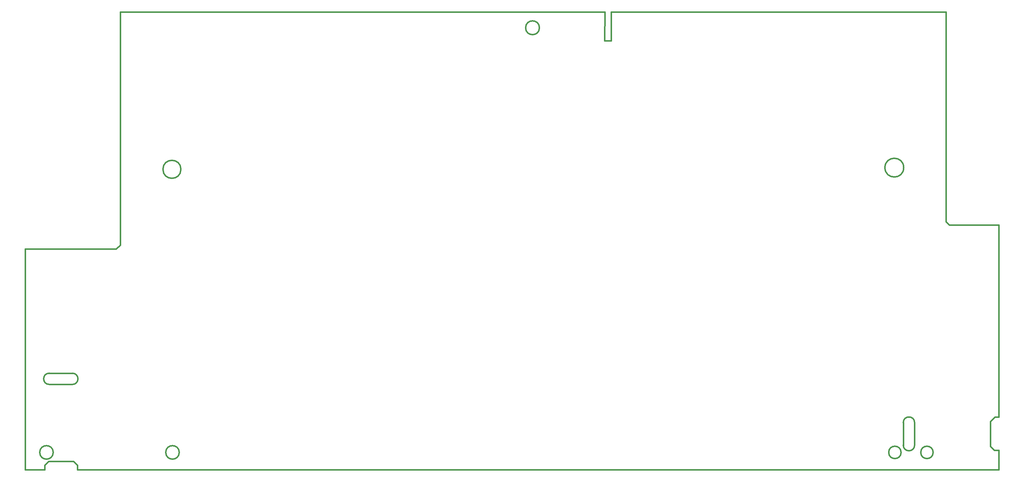
<source format=gbr>
%FSLAX34Y34*%
%MOMM*%
%LNOUTLINE*%
G71*
G01*
%ADD10C,0.400*%
%LPD*%
G54D10*
X0Y625475D02*
X257175Y625475D01*
X268288Y636588D01*
X268288Y1295400D01*
X1635725Y1295400D01*
X1635625Y1214438D01*
X1653675Y1214438D01*
X1653675Y1295400D01*
X2598738Y1295400D01*
X2598738Y703262D01*
X2608262Y693738D01*
X2747962Y693738D01*
X2747962Y150812D01*
X2736850Y150812D01*
X2724150Y138112D01*
X2724150Y68262D01*
X2735262Y57150D01*
X2747962Y57150D01*
X2747962Y1588D01*
X147638Y1588D01*
X147638Y14288D01*
X136525Y25400D01*
X66675Y25400D01*
X55562Y14288D01*
X55562Y1588D01*
X0Y1588D01*
X0Y625475D01*
G54D10*
G75*
G01X2471974Y50800D02*
G03X2471974Y50800I-17462J0D01*
G01*
G54D10*
G75*
G01X2562462Y50800D02*
G03X2562462Y50800I-17462J0D01*
G01*
G54D10*
G75*
G01X2510200Y134938D02*
G03X2478200Y134938I-16000J0D01*
G01*
G54D10*
G75*
G01X2478200Y71438D02*
G03X2510200Y71438I16000J0D01*
G01*
G54D10*
X2478325Y134938D02*
X2478325Y71634D01*
G54D10*
X2510075Y134938D02*
X2510075Y71634D01*
G54D10*
G75*
G01X79375Y50800D02*
G03X79375Y50800I-19050J0D01*
G01*
G54D10*
G75*
G01X434975Y50800D02*
G03X434975Y50800I-19050J0D01*
G01*
G54D10*
G75*
G01X68263Y274637D02*
G03X68263Y242887I0J-15875D01*
G01*
G54D10*
G75*
G01X133228Y242887D02*
G03X133228Y274637I0J15875D01*
G01*
G54D10*
X68263Y242887D02*
X133228Y242887D01*
G54D10*
X133228Y274637D02*
X68263Y274637D01*
G54D10*
G75*
G01X439738Y850900D02*
G03X439738Y850900I-25400J0D01*
G01*
G54D10*
G75*
G01X1451425Y1250949D02*
G03X1451425Y1250949I-19500J0D01*
G01*
G54D10*
G75*
G01X2479425Y855663D02*
G03X2479425Y855663I-26500J0D01*
G01*
M02*

</source>
